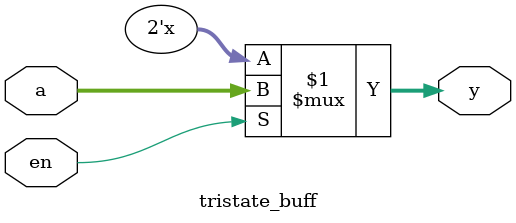
<source format=sv>
module tristate_buff(input logic [1:0] a,
							input logic en,
							output tri [1:0] y);

	assign y = en ? a : 2'bz;
endmodule						
</source>
